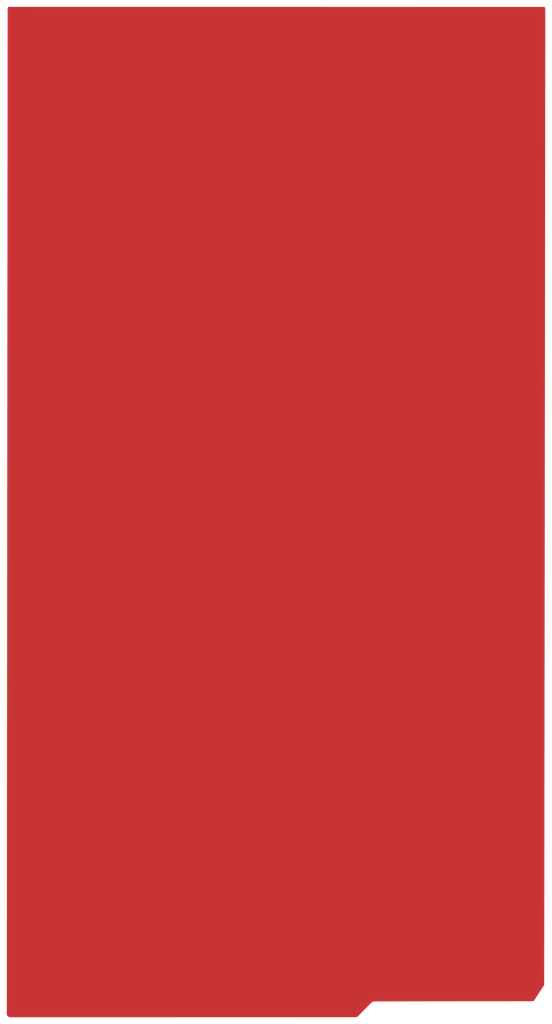
<source format=kicad_pcb>
(kicad_pcb (version 20211014) (generator pcbnew)

  (general
    (thickness 1.6)
  )

  (paper "A4")
  (layers
    (0 "F.Cu" signal)
    (31 "B.Cu" signal)
    (32 "B.Adhes" user "B.Adhesive")
    (33 "F.Adhes" user "F.Adhesive")
    (34 "B.Paste" user)
    (35 "F.Paste" user)
    (36 "B.SilkS" user "B.Silkscreen")
    (37 "F.SilkS" user "F.Silkscreen")
    (38 "B.Mask" user)
    (39 "F.Mask" user)
    (40 "Dwgs.User" user "User.Drawings")
    (41 "Cmts.User" user "User.Comments")
    (42 "Eco1.User" user "User.Eco1")
    (43 "Eco2.User" user "User.Eco2")
    (44 "Edge.Cuts" user)
    (45 "Margin" user)
    (46 "B.CrtYd" user "B.Courtyard")
    (47 "F.CrtYd" user "F.Courtyard")
    (48 "B.Fab" user)
    (49 "F.Fab" user)
    (50 "User.1" user)
    (51 "User.2" user)
    (52 "User.3" user)
    (53 "User.4" user)
    (54 "User.5" user)
    (55 "User.6" user)
    (56 "User.7" user)
    (57 "User.8" user)
    (58 "User.9" user)
  )

  (setup
    (pad_to_mask_clearance 0)
    (pcbplotparams
      (layerselection 0x00010fc_ffffffff)
      (disableapertmacros false)
      (usegerberextensions false)
      (usegerberattributes true)
      (usegerberadvancedattributes true)
      (creategerberjobfile true)
      (svguseinch false)
      (svgprecision 6)
      (excludeedgelayer true)
      (plotframeref false)
      (viasonmask false)
      (mode 1)
      (useauxorigin false)
      (hpglpennumber 1)
      (hpglpenspeed 20)
      (hpglpendiameter 15.000000)
      (dxfpolygonmode true)
      (dxfimperialunits true)
      (dxfusepcbnewfont true)
      (psnegative false)
      (psa4output false)
      (plotreference true)
      (plotvalue true)
      (plotinvisibletext false)
      (sketchpadsonfab false)
      (subtractmaskfromsilk false)
      (outputformat 1)
      (mirror false)
      (drillshape 1)
      (scaleselection 1)
      (outputdirectory "")
    )
  )

  (net 0 "")

  (gr_line (start 105.2 147.5) (end 106.7 145.98) (layer "Dwgs.User") (width 0.05) (tstamp 27e6962e-17d1-4ea4-9a9f-15e1f2f1178b))
  (gr_line (start 106.7 145.98) (end 122.31 145.93) (layer "Dwgs.User") (width 0.05) (tstamp 7663c3d6-a523-494f-9c90-6f589445c823))
  (gr_line (start 71.19 147.5) (end 105.2 147.5) (layer "Dwgs.User") (width 0.05) (tstamp 917fcc6b-5aa4-4e37-9f40-f3ebb2c42637))
  (gr_line (start 70.7 48.96) (end 70.63 146.96) (layer "Dwgs.User") (width 0.05) (tstamp b036fe91-b990-4335-af7b-6d0d55e04566))
  (gr_line (start 70.7 48.96) (end 123.7 48.98) (layer "Dwgs.User") (width 0.05) (tstamp c98ee04d-7e12-4a8a-92af-80f125a4ee1a))
  (gr_line (start 122.31 145.93) (end 123.58 143.98) (layer "Dwgs.User") (width 0.05) (tstamp cb1262d5-7148-4570-a410-805fb0a8bfb1))
  (gr_line (start 123.7 48.98) (end 123.58 143.98) (layer "Dwgs.User") (width 0.05) (tstamp cb477ec2-4ac2-4efb-b3d4-eeb610871f5d))
  (gr_line (start 70.63 146.96) (end 71.19 147.5) (layer "Cmts.User") (width 0.05) (tstamp 7469e64c-8406-46ca-94cd-db04eaf0b08e))
  (gr_line (start 122.3 145.93) (end 106.71 145.95) (layer "Margin") (width 0.15) (tstamp 163d6a61-82cd-4a7a-bcfe-ffac31a85bb8))
  (gr_line (start 70.62 146.93) (end 70.7 48.96) (layer "Margin") (width 0.15) (tstamp 269431fb-103d-4d0e-9638-b43d0266b74b))
  (gr_line (start 105.21 147.47) (end 71.18 147.48) (layer "Margin") (width 0.15) (tstamp 43cf84e9-72e9-42db-ac65-61f576b6e7f6))
  (gr_line (start 123.7 48.97) (end 123.59 143.97) (layer "Margin") (width 0.15) (tstamp 451365d6-f3d8-4bc5-b200-8e1c5018d62c))
  (gr_line (start 106.71 145.95) (end 105.21 147.47) (layer "Margin") (width 0.15) (tstamp 583d0709-2910-4a0d-ba1a-24b4cd61a6d7))
  (gr_line (start 70.7 48.96) (end 123.7 48.97) (layer "Margin") (width 0.15) (tstamp 69feb2a0-3f17-4028-b5ff-d920cf48be47))
  (gr_line (start 71.18 147.48) (end 70.62 146.93) (layer "Margin") (width 0.15) (tstamp f50dd37b-a528-4b36-8b3f-5b1776ea1f7d))
  (gr_line (start 123.59 143.97) (end 122.3 145.93) (layer "Margin") (width 0.15) (tstamp f576e3f0-3712-4f19-b958-3425fbf81bbf))
  (gr_line (start 123.69 48.98) (end 123.57 143.98) (layer "F.CrtYd") (width 0.05) (tstamp 0e323868-ffef-4e4c-bd00-249bae83dafe))
  (gr_line (start 105.19 147.5) (end 106.69 145.98) (layer "F.CrtYd") (width 0.05) (tstamp 186cafc2-ac79-4dba-809f-db03f8814719))
  (gr_line (start 70.69 48.96) (end 70.62 146.96) (layer "F.CrtYd") (width 0.05) (tstamp 279ad34c-c1a9-43ac-968a-888bc4135b98))
  (gr_line (start 122.3 145.93) (end 123.57 143.98) (layer "F.CrtYd") (width 0.05) (tstamp 9dd41aba-7ffa-46e8-b74c-0b28a9c9050d))
  (gr_line (start 106.69 145.98) (end 122.3 145.93) (layer "F.CrtYd") (width 0.05) (tstamp ac4a5408-9e06-46f8-8ce2-416a1ec83bbf))
  (gr_line (start 70.62 146.96) (end 71.18 147.5) (layer "F.CrtYd") (width 0.05) (tstamp c2285b15-a44f-4e8c-81f0-08c5bc5783e5))
  (gr_line (start 71.18 147.5) (end 105.19 147.5) (layer "F.CrtYd") (width 0.05) (tstamp c8362a9f-7f23-4748-8a82-a02d4b471a35))
  (gr_line (start 70.69 48.96) (end 123.69 48.98) (layer "F.CrtYd") (width 0.05) (tstamp f1271e71-e8bc-4223-a11b-16d506aa3fdd))

  (zone (net 0) (net_name "") (layer "F.Cu") (tstamp 78342d02-ed29-4a6a-aea4-0580b8f3633b) (hatch edge 0.508)
    (connect_pads (clearance 0.508))
    (min_thickness 0.254) (filled_areas_thickness no)
    (fill yes (thermal_gap 0.508) (thermal_bridge_width 0.508))
    (polygon
      (pts
        (xy 123.69 48.99)
        (xy 123.57 143.98)
        (xy 122.3 145.93)
        (xy 106.72 145.97)
        (xy 105.22 147.5)
        (xy 71.19 147.5)
        (xy 70.62 146.95)
        (xy 70.7 48.96)
      )
    )
    (filled_polygon
      (layer "F.Cu")
      (island)
      (pts
        (xy 99.404182 49.548916)
        (xy 122.989703 49.553366)
        (xy 123.057819 49.573381)
        (xy 123.104302 49.627045)
        (xy 123.115678 49.679512)
        (xy 123.006746 143.75724)
        (xy 122.985996 143.826364)
        (xy 122.022514 145.290261)
        (xy 121.968355 145.336167)
        (xy 121.917426 145.34699)
        (xy 106.75385 145.366444)
        (xy 106.738075 145.365472)
        (xy 106.706102 145.361478)
        (xy 106.697923 145.36261)
        (xy 106.697922 145.36261)
        (xy 106.687464 145.364057)
        (xy 106.631794 145.371762)
        (xy 106.63142 145.371813)
        (xy 106.605316 145.375284)
        (xy 106.564758 145.380676)
        (xy 106.564755 145.380677)
        (xy 106.556947 145.381715)
        (xy 106.555482 145.382324)
        (xy 106.553914 145.382541)
        (xy 106.546662 145.385601)
        (xy 106.546663 145.385601)
        (xy 106.48487 145.411677)
        (xy 106.484249 145.411937)
        (xy 106.422319 145.437682)
        (xy 106.422317 145.437683)
        (xy 106.415079 145.440692)
        (xy 106.413824 145.441657)
        (xy 106.412363 145.442274)
        (xy 106.364592 145.479436)
        (xy 106.353264 145.488248)
        (xy 106.352731 145.48866)
        (xy 106.299853 145.529342)
        (xy 106.293309 145.534377)
        (xy 106.273721 145.559973)
        (xy 106.263348 145.571895)
        (xy 105.002956 146.849091)
        (xy 104.940871 146.883527)
        (xy 104.91331 146.886587)
        (xy 79.408047 146.894082)
        (xy 71.470095 146.896415)
        (xy 71.401969 146.876433)
        (xy 71.38177 146.860309)
        (xy 71.241454 146.722498)
        (xy 71.206869 146.660495)
        (xy 71.203743 146.632501)
        (xy 71.203843 146.51071)
        (xy 71.282921 49.66953)
        (xy 71.302979 49.601427)
        (xy 71.356672 49.554978)
        (xy 71.408945 49.543634)
      )
    )
  )
)

</source>
